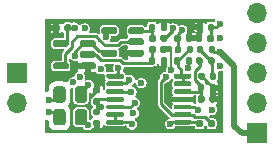
<source format=gbl>
G75*
G70*
%OFA0B0*%
%FSLAX25Y25*%
%IPPOS*%
%LPD*%
%AMOC8*
5,1,8,0,0,1.08239X$1,22.5*
%
%ADD10R,0.06693X0.06693*%
%ADD11O,0.06693X0.06693*%
%ADD12C,0.02362*%
%ADD13R,0.00984X0.24350*%
%ADD14R,0.00984X0.04390*%
%ADD15R,0.56201X0.00984*%
%ADD16R,0.59449X0.00984*%
%ADD17R,0.00984X0.20374*%
%ADD18C,0.01969*%
%ADD22C,0.00787*%
%ADD26C,0.00984*%
X0000000Y0000000D02*
%LPD*%
G01*
D10*
X0010000Y0032500D03*
D11*
X0010000Y0022500D03*
D12*
X0077677Y0039665D03*
X0077677Y0034941D03*
X0077677Y0044390D03*
X0077677Y0049114D03*
D13*
X0020000Y0038612D03*
D14*
X0020000Y0014793D03*
D15*
X0047608Y0050295D03*
D16*
X0049232Y0013091D03*
D17*
X0078465Y0022785D03*
D12*
X0020886Y0023681D03*
X0020886Y0019744D03*
D10*
X0090000Y0012500D03*
D11*
X0090000Y0022500D03*
X0090000Y0032500D03*
X0090000Y0042500D03*
X0090000Y0052500D03*
D18*
X0082343Y0035000D02*
X0082500Y0035000D01*
X0085000Y0012500D02*
X0090000Y0012500D01*
X0082500Y0015000D02*
X0085000Y0012500D01*
X0082500Y0035000D02*
X0082500Y0015000D01*
X0077677Y0039665D02*
X0082343Y0035000D01*
X0019409Y0012500D02*
%LPD*%
G01*
D12*
X0077677Y0039665D03*
X0077677Y0034941D03*
X0077677Y0044390D03*
X0077677Y0049114D03*
D13*
X0020000Y0038612D03*
D14*
X0020000Y0014793D03*
D15*
X0047608Y0050295D03*
D16*
X0049232Y0013091D03*
D17*
X0078464Y0022785D03*
D12*
X0020885Y0023681D03*
X0020885Y0019744D03*
G36*
G01*
X0036338Y0043094D02*
X0036338Y0041913D01*
G75*
G02*
X0035748Y0041322I-000591J0000000D01*
G01*
X0031712Y0041322D01*
G75*
G02*
X0031122Y0041913I0000000J0000591D01*
G01*
X0031122Y0043094D01*
G75*
G02*
X0031712Y0043684I0000591J0000000D01*
G01*
X0035748Y0043684D01*
G75*
G02*
X0036338Y0043094I0000000J-000591D01*
G01*
G37*
G36*
G01*
X0036338Y0039353D02*
X0036338Y0038172D01*
G75*
G02*
X0035748Y0037582I-000591J0000000D01*
G01*
X0031712Y0037582D01*
G75*
G02*
X0031122Y0038172I0000000J0000591D01*
G01*
X0031122Y0039353D01*
G75*
G02*
X0031712Y0039944I0000591J0000000D01*
G01*
X0035748Y0039944D01*
G75*
G02*
X0036338Y0039353I0000000J-000591D01*
G01*
G37*
G36*
G01*
X0036338Y0035613D02*
X0036338Y0034432D01*
G75*
G02*
X0035748Y0033842I-000591J0000000D01*
G01*
X0031712Y0033842D01*
G75*
G02*
X0031122Y0034432I0000000J0000591D01*
G01*
X0031122Y0035613D01*
G75*
G02*
X0031712Y0036204I0000591J0000000D01*
G01*
X0035748Y0036204D01*
G75*
G02*
X0036338Y0035613I0000000J-000591D01*
G01*
G37*
G36*
G01*
X0027381Y0035613D02*
X0027381Y0034432D01*
G75*
G02*
X0026791Y0033842I-000591J0000000D01*
G01*
X0022755Y0033842D01*
G75*
G02*
X0022165Y0034432I0000000J0000591D01*
G01*
X0022165Y0035613D01*
G75*
G02*
X0022755Y0036204I0000591J0000000D01*
G01*
X0026791Y0036204D01*
G75*
G02*
X0027381Y0035613I0000000J-000591D01*
G01*
G37*
G36*
G01*
X0027381Y0043094D02*
X0027381Y0041913D01*
G75*
G02*
X0026791Y0041322I-000591J0000000D01*
G01*
X0022755Y0041322D01*
G75*
G02*
X0022165Y0041913I0000000J0000591D01*
G01*
X0022165Y0043094D01*
G75*
G02*
X0022755Y0043684I0000591J0000000D01*
G01*
X0026791Y0043684D01*
G75*
G02*
X0027381Y0043094I0000000J-000591D01*
G01*
G37*
G36*
G01*
X0036063Y0020807D02*
X0037401Y0020807D01*
G75*
G02*
X0037952Y0020256I0000000J-000551D01*
G01*
X0037952Y0019154D01*
G75*
G02*
X0037401Y0018602I-000551J0000000D01*
G01*
X0036063Y0018602D01*
G75*
G02*
X0035511Y0019154I0000000J0000551D01*
G01*
X0035511Y0020256D01*
G75*
G02*
X0036063Y0020807I0000551J0000000D01*
G01*
G37*
G36*
G01*
X0036063Y0017028D02*
X0037401Y0017028D01*
G75*
G02*
X0037952Y0016476I0000000J-000551D01*
G01*
X0037952Y0015374D01*
G75*
G02*
X0037401Y0014823I-000551J0000000D01*
G01*
X0036063Y0014823D01*
G75*
G02*
X0035511Y0015374I0000000J0000551D01*
G01*
X0035511Y0016476D01*
G75*
G02*
X0036063Y0017028I0000551J0000000D01*
G01*
G37*
G36*
G01*
X0062578Y0043524D02*
X0062578Y0044862D01*
G75*
G02*
X0063129Y0045413I0000551J0000000D01*
G01*
X0064232Y0045413D01*
G75*
G02*
X0064783Y0044862I0000000J-000551D01*
G01*
X0064783Y0043524D01*
G75*
G02*
X0064232Y0042972I-000551J0000000D01*
G01*
X0063129Y0042972D01*
G75*
G02*
X0062578Y0043524I0000000J0000551D01*
G01*
G37*
G36*
G01*
X0066358Y0043524D02*
X0066358Y0044862D01*
G75*
G02*
X0066909Y0045413I0000551J0000000D01*
G01*
X0068011Y0045413D01*
G75*
G02*
X0068563Y0044862I0000000J-000551D01*
G01*
X0068563Y0043524D01*
G75*
G02*
X0068011Y0042972I-000551J0000000D01*
G01*
X0066909Y0042972D01*
G75*
G02*
X0066358Y0043524I0000000J0000551D01*
G01*
G37*
G36*
G01*
X0075925Y0048524D02*
X0075925Y0047185D01*
G75*
G02*
X0075374Y0046634I-000551J0000000D01*
G01*
X0074271Y0046634D01*
G75*
G02*
X0073720Y0047185I0000000J0000551D01*
G01*
X0073720Y0048524D01*
G75*
G02*
X0074271Y0049075I0000551J0000000D01*
G01*
X0075374Y0049075D01*
G75*
G02*
X0075925Y0048524I0000000J-000551D01*
G01*
G37*
G36*
G01*
X0072145Y0048524D02*
X0072145Y0047185D01*
G75*
G02*
X0071594Y0046634I-000551J0000000D01*
G01*
X0070492Y0046634D01*
G75*
G02*
X0069940Y0047185I0000000J0000551D01*
G01*
X0069940Y0048524D01*
G75*
G02*
X0070492Y0049075I0000551J0000000D01*
G01*
X0071594Y0049075D01*
G75*
G02*
X0072145Y0048524I0000000J-000551D01*
G01*
G37*
G36*
G01*
X0054173Y0039783D02*
X0054173Y0041122D01*
G75*
G02*
X0054724Y0041673I0000551J0000000D01*
G01*
X0055826Y0041673D01*
G75*
G02*
X0056378Y0041122I0000000J-000551D01*
G01*
X0056378Y0039783D01*
G75*
G02*
X0055826Y0039232I-000551J0000000D01*
G01*
X0054724Y0039232D01*
G75*
G02*
X0054173Y0039783I0000000J0000551D01*
G01*
G37*
G36*
G01*
X0057952Y0039783D02*
X0057952Y0041122D01*
G75*
G02*
X0058503Y0041673I0000551J0000000D01*
G01*
X0059606Y0041673D01*
G75*
G02*
X0060157Y0041122I0000000J-000551D01*
G01*
X0060157Y0039783D01*
G75*
G02*
X0059606Y0039232I-000551J0000000D01*
G01*
X0058503Y0039232D01*
G75*
G02*
X0057952Y0039783I0000000J0000551D01*
G01*
G37*
G36*
G01*
X0075728Y0044862D02*
X0075728Y0043524D01*
G75*
G02*
X0075177Y0042972I-000551J0000000D01*
G01*
X0074074Y0042972D01*
G75*
G02*
X0073523Y0043524I0000000J0000551D01*
G01*
X0073523Y0044862D01*
G75*
G02*
X0074074Y0045413I0000551J0000000D01*
G01*
X0075177Y0045413D01*
G75*
G02*
X0075728Y0044862I0000000J-000551D01*
G01*
G37*
G36*
G01*
X0071948Y0044862D02*
X0071948Y0043524D01*
G75*
G02*
X0071397Y0042972I-000551J0000000D01*
G01*
X0070295Y0042972D01*
G75*
G02*
X0069744Y0043524I0000000J0000551D01*
G01*
X0069744Y0044862D01*
G75*
G02*
X0070295Y0045413I0000551J0000000D01*
G01*
X0071397Y0045413D01*
G75*
G02*
X0071948Y0044862I0000000J-000551D01*
G01*
G37*
G36*
G01*
X0070452Y0023346D02*
X0070452Y0024685D01*
G75*
G02*
X0071003Y0025236I0000551J0000000D01*
G01*
X0072106Y0025236D01*
G75*
G02*
X0072657Y0024685I0000000J-000551D01*
G01*
X0072657Y0023346D01*
G75*
G02*
X0072106Y0022795I-000551J0000000D01*
G01*
X0071003Y0022795D01*
G75*
G02*
X0070452Y0023346I0000000J0000551D01*
G01*
G37*
G36*
G01*
X0074232Y0023346D02*
X0074232Y0024685D01*
G75*
G02*
X0074783Y0025236I0000551J0000000D01*
G01*
X0075885Y0025236D01*
G75*
G02*
X0076437Y0024685I0000000J-000551D01*
G01*
X0076437Y0023346D01*
G75*
G02*
X0075885Y0022795I-000551J0000000D01*
G01*
X0074783Y0022795D01*
G75*
G02*
X0074232Y0023346I0000000J0000551D01*
G01*
G37*
G36*
G01*
X0039943Y0015846D02*
X0039943Y0016634D01*
G75*
G02*
X0040337Y0017028I0000394J0000000D01*
G01*
X0045357Y0017028D01*
G75*
G02*
X0045750Y0016634I0000000J-000394D01*
G01*
X0045750Y0015846D01*
G75*
G02*
X0045357Y0015453I-000394J0000000D01*
G01*
X0040337Y0015453D01*
G75*
G02*
X0039943Y0015846I0000000J0000394D01*
G01*
G37*
G36*
G01*
X0039943Y0018406D02*
X0039943Y0019193D01*
G75*
G02*
X0040337Y0019587I0000394J0000000D01*
G01*
X0045357Y0019587D01*
G75*
G02*
X0045750Y0019193I0000000J-000394D01*
G01*
X0045750Y0018406D01*
G75*
G02*
X0045357Y0018012I-000394J0000000D01*
G01*
X0040337Y0018012D01*
G75*
G02*
X0039943Y0018406I0000000J0000394D01*
G01*
G37*
G36*
G01*
X0039943Y0020965D02*
X0039943Y0021752D01*
G75*
G02*
X0040337Y0022146I0000394J0000000D01*
G01*
X0045357Y0022146D01*
G75*
G02*
X0045750Y0021752I0000000J-000394D01*
G01*
X0045750Y0020965D01*
G75*
G02*
X0045357Y0020571I-000394J0000000D01*
G01*
X0040337Y0020571D01*
G75*
G02*
X0039943Y0020965I0000000J0000394D01*
G01*
G37*
G36*
G01*
X0039943Y0023524D02*
X0039943Y0024311D01*
G75*
G02*
X0040337Y0024705I0000394J0000000D01*
G01*
X0045357Y0024705D01*
G75*
G02*
X0045750Y0024311I0000000J-000394D01*
G01*
X0045750Y0023524D01*
G75*
G02*
X0045357Y0023130I-000394J0000000D01*
G01*
X0040337Y0023130D01*
G75*
G02*
X0039943Y0023524I0000000J0000394D01*
G01*
G37*
G36*
G01*
X0039943Y0026083D02*
X0039943Y0026870D01*
G75*
G02*
X0040337Y0027264I0000394J0000000D01*
G01*
X0045357Y0027264D01*
G75*
G02*
X0045750Y0026870I0000000J-000394D01*
G01*
X0045750Y0026083D01*
G75*
G02*
X0045357Y0025689I-000394J0000000D01*
G01*
X0040337Y0025689D01*
G75*
G02*
X0039943Y0026083I0000000J0000394D01*
G01*
G37*
G36*
G01*
X0039943Y0028642D02*
X0039943Y0029429D01*
G75*
G02*
X0040337Y0029823I0000394J0000000D01*
G01*
X0045357Y0029823D01*
G75*
G02*
X0045750Y0029429I0000000J-000394D01*
G01*
X0045750Y0028642D01*
G75*
G02*
X0045357Y0028248I-000394J0000000D01*
G01*
X0040337Y0028248D01*
G75*
G02*
X0039943Y0028642I0000000J0000394D01*
G01*
G37*
G36*
G01*
X0039943Y0031201D02*
X0039943Y0031988D01*
G75*
G02*
X0040337Y0032382I0000394J0000000D01*
G01*
X0045357Y0032382D01*
G75*
G02*
X0045750Y0031988I0000000J-000394D01*
G01*
X0045750Y0031201D01*
G75*
G02*
X0045357Y0030807I-000394J0000000D01*
G01*
X0040337Y0030807D01*
G75*
G02*
X0039943Y0031201I0000000J0000394D01*
G01*
G37*
G36*
G01*
X0062483Y0031201D02*
X0062483Y0031988D01*
G75*
G02*
X0062876Y0032382I0000394J0000000D01*
G01*
X0067896Y0032382D01*
G75*
G02*
X0068290Y0031988I0000000J-000394D01*
G01*
X0068290Y0031201D01*
G75*
G02*
X0067896Y0030807I-000394J0000000D01*
G01*
X0062876Y0030807D01*
G75*
G02*
X0062483Y0031201I0000000J0000394D01*
G01*
G37*
G36*
G01*
X0062483Y0028642D02*
X0062483Y0029429D01*
G75*
G02*
X0062876Y0029823I0000394J0000000D01*
G01*
X0067896Y0029823D01*
G75*
G02*
X0068290Y0029429I0000000J-000394D01*
G01*
X0068290Y0028642D01*
G75*
G02*
X0067896Y0028248I-000394J0000000D01*
G01*
X0062876Y0028248D01*
G75*
G02*
X0062483Y0028642I0000000J0000394D01*
G01*
G37*
G36*
G01*
X0062483Y0026083D02*
X0062483Y0026870D01*
G75*
G02*
X0062876Y0027264I0000394J0000000D01*
G01*
X0067896Y0027264D01*
G75*
G02*
X0068290Y0026870I0000000J-000394D01*
G01*
X0068290Y0026083D01*
G75*
G02*
X0067896Y0025689I-000394J0000000D01*
G01*
X0062876Y0025689D01*
G75*
G02*
X0062483Y0026083I0000000J0000394D01*
G01*
G37*
G36*
G01*
X0062483Y0023524D02*
X0062483Y0024311D01*
G75*
G02*
X0062876Y0024705I0000394J0000000D01*
G01*
X0067896Y0024705D01*
G75*
G02*
X0068290Y0024311I0000000J-000394D01*
G01*
X0068290Y0023524D01*
G75*
G02*
X0067896Y0023130I-000394J0000000D01*
G01*
X0062876Y0023130D01*
G75*
G02*
X0062483Y0023524I0000000J0000394D01*
G01*
G37*
G36*
G01*
X0062483Y0020965D02*
X0062483Y0021752D01*
G75*
G02*
X0062876Y0022146I0000394J0000000D01*
G01*
X0067896Y0022146D01*
G75*
G02*
X0068290Y0021752I0000000J-000394D01*
G01*
X0068290Y0020965D01*
G75*
G02*
X0067896Y0020571I-000394J0000000D01*
G01*
X0062876Y0020571D01*
G75*
G02*
X0062483Y0020965I0000000J0000394D01*
G01*
G37*
G36*
G01*
X0062483Y0018406D02*
X0062483Y0019193D01*
G75*
G02*
X0062876Y0019587I0000394J0000000D01*
G01*
X0067896Y0019587D01*
G75*
G02*
X0068290Y0019193I0000000J-000394D01*
G01*
X0068290Y0018406D01*
G75*
G02*
X0067896Y0018012I-000394J0000000D01*
G01*
X0062876Y0018012D01*
G75*
G02*
X0062483Y0018406I0000000J0000394D01*
G01*
G37*
G36*
G01*
X0062483Y0015846D02*
X0062483Y0016634D01*
G75*
G02*
X0062876Y0017028I0000394J0000000D01*
G01*
X0067896Y0017028D01*
G75*
G02*
X0068290Y0016634I0000000J-000394D01*
G01*
X0068290Y0015846D01*
G75*
G02*
X0067896Y0015453I-000394J0000000D01*
G01*
X0062876Y0015453D01*
G75*
G02*
X0062483Y0015846I0000000J0000394D01*
G01*
G37*
G36*
G01*
X0022300Y0023717D02*
X0022300Y0027260D01*
G75*
G02*
X0023284Y0028244I0000984J0000000D01*
G01*
X0025351Y0028244D01*
G75*
G02*
X0026335Y0027260I0000000J-000984D01*
G01*
X0026335Y0023717D01*
G75*
G02*
X0025351Y0022732I-000984J0000000D01*
G01*
X0023284Y0022732D01*
G75*
G02*
X0022300Y0023717I0000000J0000984D01*
G01*
G37*
G36*
G01*
X0029485Y0023717D02*
X0029485Y0027260D01*
G75*
G02*
X0030469Y0028244I0000984J0000000D01*
G01*
X0032536Y0028244D01*
G75*
G02*
X0033520Y0027260I0000000J-000984D01*
G01*
X0033520Y0023717D01*
G75*
G02*
X0032536Y0022732I-000984J0000000D01*
G01*
X0030469Y0022732D01*
G75*
G02*
X0029485Y0023717I0000000J0000984D01*
G01*
G37*
G36*
G01*
X0068543Y0037441D02*
X0068543Y0035984D01*
G75*
G02*
X0068011Y0035453I-000531J0000000D01*
G01*
X0066948Y0035453D01*
G75*
G02*
X0066417Y0035984I0000000J0000531D01*
G01*
X0066417Y0037441D01*
G75*
G02*
X0066948Y0037972I0000531J0000000D01*
G01*
X0068011Y0037972D01*
G75*
G02*
X0068543Y0037441I0000000J-000531D01*
G01*
G37*
G36*
G01*
X0064527Y0037441D02*
X0064527Y0035984D01*
G75*
G02*
X0063996Y0035453I-000531J0000000D01*
G01*
X0062933Y0035453D01*
G75*
G02*
X0062401Y0035984I0000000J0000531D01*
G01*
X0062401Y0037441D01*
G75*
G02*
X0062933Y0037972I0000531J0000000D01*
G01*
X0063996Y0037972D01*
G75*
G02*
X0064527Y0037441I0000000J-000531D01*
G01*
G37*
G36*
G01*
X0028110Y0048366D02*
X0028110Y0047028D01*
G75*
G02*
X0027559Y0046476I-000551J0000000D01*
G01*
X0026456Y0046476D01*
G75*
G02*
X0025905Y0047028I0000000J0000551D01*
G01*
X0025905Y0048366D01*
G75*
G02*
X0026456Y0048917I0000551J0000000D01*
G01*
X0027559Y0048917D01*
G75*
G02*
X0028110Y0048366I0000000J-000551D01*
G01*
G37*
G36*
G01*
X0024330Y0048366D02*
X0024330Y0047028D01*
G75*
G02*
X0023779Y0046476I-000551J0000000D01*
G01*
X0022677Y0046476D01*
G75*
G02*
X0022126Y0047028I0000000J0000551D01*
G01*
X0022126Y0048366D01*
G75*
G02*
X0022677Y0048917I0000551J0000000D01*
G01*
X0023779Y0048917D01*
G75*
G02*
X0024330Y0048366I0000000J-000551D01*
G01*
G37*
G36*
G01*
X0076220Y0041181D02*
X0076220Y0039724D01*
G75*
G02*
X0075689Y0039193I-000531J0000000D01*
G01*
X0074626Y0039193D01*
G75*
G02*
X0074094Y0039724I0000000J0000531D01*
G01*
X0074094Y0041181D01*
G75*
G02*
X0074626Y0041713I0000531J0000000D01*
G01*
X0075689Y0041713D01*
G75*
G02*
X0076220Y0041181I0000000J-000531D01*
G01*
G37*
G36*
G01*
X0072204Y0041181D02*
X0072204Y0039724D01*
G75*
G02*
X0071673Y0039193I-000531J0000000D01*
G01*
X0070610Y0039193D01*
G75*
G02*
X0070078Y0039724I0000000J0000531D01*
G01*
X0070078Y0041181D01*
G75*
G02*
X0070610Y0041713I0000531J0000000D01*
G01*
X0071673Y0041713D01*
G75*
G02*
X0072204Y0041181I0000000J-000531D01*
G01*
G37*
G36*
G01*
X0060287Y0037441D02*
X0060287Y0035985D01*
G75*
G02*
X0059755Y0035453I-000531J0000000D01*
G01*
X0058692Y0035453D01*
G75*
G02*
X0058161Y0035985I0000000J0000531D01*
G01*
X0058161Y0037441D01*
G75*
G02*
X0058692Y0037973I0000531J0000000D01*
G01*
X0059755Y0037973D01*
G75*
G02*
X0060287Y0037441I0000000J-000531D01*
G01*
G37*
G36*
G01*
X0056271Y0037441D02*
X0056271Y0035985D01*
G75*
G02*
X0055739Y0035453I-000531J0000000D01*
G01*
X0054676Y0035453D01*
G75*
G02*
X0054145Y0035985I0000000J0000531D01*
G01*
X0054145Y0037441D01*
G75*
G02*
X0054676Y0037973I0000531J0000000D01*
G01*
X0055739Y0037973D01*
G75*
G02*
X0056271Y0037441I0000000J-000531D01*
G01*
G37*
G36*
G01*
X0033520Y0019685D02*
X0033520Y0016142D01*
G75*
G02*
X0032536Y0015157I-000984J0000000D01*
G01*
X0030469Y0015157D01*
G75*
G02*
X0029485Y0016142I0000000J0000984D01*
G01*
X0029485Y0019685D01*
G75*
G02*
X0030469Y0020669I0000984J0000000D01*
G01*
X0032536Y0020669D01*
G75*
G02*
X0033520Y0019685I0000000J-000984D01*
G01*
G37*
G36*
G01*
X0026335Y0019685D02*
X0026335Y0016142D01*
G75*
G02*
X0025351Y0015157I-000984J0000000D01*
G01*
X0023284Y0015157D01*
G75*
G02*
X0022300Y0016142I0000000J0000984D01*
G01*
X0022300Y0019685D01*
G75*
G02*
X0023284Y0020669I0000984J0000000D01*
G01*
X0025351Y0020669D01*
G75*
G02*
X0026335Y0019685I0000000J-000984D01*
G01*
G37*
G36*
G01*
X0060236Y0048583D02*
X0060236Y0047126D01*
G75*
G02*
X0059704Y0046594I-000531J0000000D01*
G01*
X0058641Y0046594D01*
G75*
G02*
X0058110Y0047126I0000000J0000531D01*
G01*
X0058110Y0048583D01*
G75*
G02*
X0058641Y0049114I0000531J0000000D01*
G01*
X0059704Y0049114D01*
G75*
G02*
X0060236Y0048583I0000000J-000531D01*
G01*
G37*
G36*
G01*
X0056220Y0048583D02*
X0056220Y0047126D01*
G75*
G02*
X0055689Y0046594I-000531J0000000D01*
G01*
X0054626Y0046594D01*
G75*
G02*
X0054094Y0047126I0000000J0000531D01*
G01*
X0054094Y0048583D01*
G75*
G02*
X0054626Y0049114I0000531J0000000D01*
G01*
X0055689Y0049114D01*
G75*
G02*
X0056220Y0048583I0000000J-000531D01*
G01*
G37*
G36*
G01*
X0069921Y0015079D02*
X0069921Y0016535D01*
G75*
G02*
X0070452Y0017067I0000531J0000000D01*
G01*
X0071515Y0017067D01*
G75*
G02*
X0072047Y0016535I0000000J-000531D01*
G01*
X0072047Y0015079D01*
G75*
G02*
X0071515Y0014547I-000531J0000000D01*
G01*
X0070452Y0014547D01*
G75*
G02*
X0069921Y0015079I0000000J0000531D01*
G01*
G37*
G36*
G01*
X0073937Y0015079D02*
X0073937Y0016535D01*
G75*
G02*
X0074468Y0017067I0000531J0000000D01*
G01*
X0075531Y0017067D01*
G75*
G02*
X0076063Y0016535I0000000J-000531D01*
G01*
X0076063Y0015079D01*
G75*
G02*
X0075531Y0014547I-000531J0000000D01*
G01*
X0074468Y0014547D01*
G75*
G02*
X0073937Y0015079I0000000J0000531D01*
G01*
G37*
G36*
G01*
X0070374Y0027028D02*
X0070374Y0028484D01*
G75*
G02*
X0070905Y0029016I0000531J0000000D01*
G01*
X0071968Y0029016D01*
G75*
G02*
X0072500Y0028484I0000000J-000531D01*
G01*
X0072500Y0027028D01*
G75*
G02*
X0071968Y0026496I-000531J0000000D01*
G01*
X0070905Y0026496D01*
G75*
G02*
X0070374Y0027028I0000000J0000531D01*
G01*
G37*
G36*
G01*
X0074389Y0027028D02*
X0074389Y0028484D01*
G75*
G02*
X0074921Y0029016I0000531J0000000D01*
G01*
X0075984Y0029016D01*
G75*
G02*
X0076515Y0028484I0000000J-000531D01*
G01*
X0076515Y0027028D01*
G75*
G02*
X0075984Y0026496I-000531J0000000D01*
G01*
X0074921Y0026496D01*
G75*
G02*
X0074389Y0027028I0000000J0000531D01*
G01*
G37*
G36*
G01*
X0068838Y0041181D02*
X0068838Y0039724D01*
G75*
G02*
X0068307Y0039193I-000531J0000000D01*
G01*
X0067244Y0039193D01*
G75*
G02*
X0066712Y0039724I0000000J0000531D01*
G01*
X0066712Y0041181D01*
G75*
G02*
X0067244Y0041713I0000531J0000000D01*
G01*
X0068307Y0041713D01*
G75*
G02*
X0068838Y0041181I0000000J-000531D01*
G01*
G37*
G36*
G01*
X0064822Y0041181D02*
X0064822Y0039724D01*
G75*
G02*
X0064291Y0039193I-000531J0000000D01*
G01*
X0063228Y0039193D01*
G75*
G02*
X0062696Y0039724I0000000J0000531D01*
G01*
X0062696Y0041181D01*
G75*
G02*
X0063228Y0041713I0000531J0000000D01*
G01*
X0064291Y0041713D01*
G75*
G02*
X0064822Y0041181I0000000J-000531D01*
G01*
G37*
G36*
G01*
X0076535Y0032264D02*
X0076535Y0030925D01*
G75*
G02*
X0075984Y0030374I-000551J0000000D01*
G01*
X0074881Y0030374D01*
G75*
G02*
X0074330Y0030925I0000000J0000551D01*
G01*
X0074330Y0032264D01*
G75*
G02*
X0074881Y0032815I0000551J0000000D01*
G01*
X0075984Y0032815D01*
G75*
G02*
X0076535Y0032264I0000000J-000551D01*
G01*
G37*
G36*
G01*
X0072755Y0032264D02*
X0072755Y0030925D01*
G75*
G02*
X0072204Y0030374I-000551J0000000D01*
G01*
X0071102Y0030374D01*
G75*
G02*
X0070551Y0030925I0000000J0000551D01*
G01*
X0070551Y0032264D01*
G75*
G02*
X0071102Y0032815I0000551J0000000D01*
G01*
X0072204Y0032815D01*
G75*
G02*
X0072755Y0032264I0000000J-000551D01*
G01*
G37*
G36*
G01*
X0037387Y0022049D02*
X0036049Y0022049D01*
G75*
G02*
X0035497Y0022600I0000000J0000551D01*
G01*
X0035497Y0023702D01*
G75*
G02*
X0036049Y0024254I0000551J0000000D01*
G01*
X0037387Y0024254D01*
G75*
G02*
X0037938Y0023702I0000000J-000551D01*
G01*
X0037938Y0022600D01*
G75*
G02*
X0037387Y0022049I-000551J0000000D01*
G01*
G37*
G36*
G01*
X0037387Y0025828D02*
X0036049Y0025828D01*
G75*
G02*
X0035497Y0026379I0000000J0000551D01*
G01*
X0035497Y0027482D01*
G75*
G02*
X0036049Y0028033I0000551J0000000D01*
G01*
X0037387Y0028033D01*
G75*
G02*
X0037938Y0027482I0000000J-000551D01*
G01*
X0037938Y0026379D01*
G75*
G02*
X0037387Y0025828I-000551J0000000D01*
G01*
G37*
G36*
G01*
X0069881Y0035984D02*
X0069881Y0037441D01*
G75*
G02*
X0070413Y0037972I0000531J0000000D01*
G01*
X0071476Y0037972D01*
G75*
G02*
X0072007Y0037441I0000000J-000531D01*
G01*
X0072007Y0035984D01*
G75*
G02*
X0071476Y0035453I-000531J0000000D01*
G01*
X0070413Y0035453D01*
G75*
G02*
X0069881Y0035984I0000000J0000531D01*
G01*
G37*
G36*
G01*
X0073897Y0035984D02*
X0073897Y0037441D01*
G75*
G02*
X0074429Y0037972I0000531J0000000D01*
G01*
X0075492Y0037972D01*
G75*
G02*
X0076023Y0037441I0000000J-000531D01*
G01*
X0076023Y0035984D01*
G75*
G02*
X0075492Y0035453I-000531J0000000D01*
G01*
X0074429Y0035453D01*
G75*
G02*
X0073897Y0035984I0000000J0000531D01*
G01*
G37*
G36*
G01*
X0052480Y0047343D02*
X0052480Y0046161D01*
G75*
G02*
X0051889Y0045571I-000591J0000000D01*
G01*
X0047854Y0045571D01*
G75*
G02*
X0047263Y0046161I0000000J0000591D01*
G01*
X0047263Y0047343D01*
G75*
G02*
X0047854Y0047933I0000591J0000000D01*
G01*
X0051889Y0047933D01*
G75*
G02*
X0052480Y0047343I0000000J-000591D01*
G01*
G37*
G36*
G01*
X0052480Y0043602D02*
X0052480Y0042421D01*
G75*
G02*
X0051889Y0041831I-000591J0000000D01*
G01*
X0047854Y0041831D01*
G75*
G02*
X0047263Y0042421I0000000J0000591D01*
G01*
X0047263Y0043602D01*
G75*
G02*
X0047854Y0044193I0000591J0000000D01*
G01*
X0051889Y0044193D01*
G75*
G02*
X0052480Y0043602I0000000J-000591D01*
G01*
G37*
G36*
G01*
X0052480Y0039862D02*
X0052480Y0038681D01*
G75*
G02*
X0051889Y0038091I-000591J0000000D01*
G01*
X0047854Y0038091D01*
G75*
G02*
X0047263Y0038681I0000000J0000591D01*
G01*
X0047263Y0039862D01*
G75*
G02*
X0047854Y0040453I0000591J0000000D01*
G01*
X0051889Y0040453D01*
G75*
G02*
X0052480Y0039862I0000000J-000591D01*
G01*
G37*
G36*
G01*
X0043523Y0039862D02*
X0043523Y0038681D01*
G75*
G02*
X0042933Y0038091I-000591J0000000D01*
G01*
X0038897Y0038091D01*
G75*
G02*
X0038307Y0038681I0000000J0000591D01*
G01*
X0038307Y0039862D01*
G75*
G02*
X0038897Y0040453I0000591J0000000D01*
G01*
X0042933Y0040453D01*
G75*
G02*
X0043523Y0039862I0000000J-000591D01*
G01*
G37*
G36*
G01*
X0043523Y0047343D02*
X0043523Y0046161D01*
G75*
G02*
X0042933Y0045571I-000591J0000000D01*
G01*
X0038897Y0045571D01*
G75*
G02*
X0038307Y0046161I0000000J0000591D01*
G01*
X0038307Y0047343D01*
G75*
G02*
X0038897Y0047933I0000591J0000000D01*
G01*
X0042933Y0047933D01*
G75*
G02*
X0043523Y0047343I0000000J-000591D01*
G01*
G37*
G36*
G01*
X0054173Y0043524D02*
X0054173Y0044862D01*
G75*
G02*
X0054724Y0045413I0000551J0000000D01*
G01*
X0055826Y0045413D01*
G75*
G02*
X0056378Y0044862I0000000J-000551D01*
G01*
X0056378Y0043524D01*
G75*
G02*
X0055826Y0042972I-000551J0000000D01*
G01*
X0054724Y0042972D01*
G75*
G02*
X0054173Y0043524I0000000J0000551D01*
G01*
G37*
G36*
G01*
X0057952Y0043524D02*
X0057952Y0044862D01*
G75*
G02*
X0058503Y0045413I0000551J0000000D01*
G01*
X0059606Y0045413D01*
G75*
G02*
X0060157Y0044862I0000000J-000551D01*
G01*
X0060157Y0043524D01*
G75*
G02*
X0059606Y0042972I-000551J0000000D01*
G01*
X0058503Y0042972D01*
G75*
G02*
X0057952Y0043524I0000000J0000551D01*
G01*
G37*
D12*
X0031066Y0031437D03*
X0037293Y0049407D03*
X0077834Y0013878D03*
X0021063Y0047657D03*
X0021279Y0039370D03*
X0054645Y0014075D03*
X0046298Y0038355D03*
X0028593Y0021701D03*
X0040934Y0034582D03*
X0036732Y0014075D03*
X0028502Y0014130D03*
X0058484Y0034055D03*
X0060654Y0026159D03*
X0020787Y0031201D03*
X0048149Y0033563D03*
X0077677Y0022835D03*
X0055334Y0029823D03*
X0067130Y0049198D03*
X0077578Y0018701D03*
X0033978Y0028558D03*
X0033682Y0015412D03*
X0051558Y0029352D03*
X0038174Y0021480D03*
X0028847Y0029491D03*
X0029330Y0047776D03*
X0075156Y0020385D03*
X0039709Y0044690D03*
X0038056Y0033939D03*
X0048944Y0019269D03*
X0070394Y0020474D03*
X0065175Y0046909D03*
X0032809Y0047496D03*
X0062224Y0047504D03*
X0061532Y0033759D03*
X0060867Y0040794D03*
X0049348Y0022773D03*
X0029353Y0038465D03*
X0043877Y0034346D03*
X0047622Y0030304D03*
X0048248Y0026378D03*
X0059665Y0031201D03*
X0067013Y0034211D03*
X0061301Y0015671D03*
X0048444Y0015551D03*
D26*
X0036718Y0026931D02*
X0034603Y0024816D01*
X0031503Y0026083D02*
X0031503Y0025492D01*
X0033978Y0028558D02*
X0031503Y0026083D01*
X0029353Y0039603D02*
X0032253Y0042503D01*
X0029353Y0038465D02*
X0029353Y0039603D01*
X0054901Y0035827D02*
X0055590Y0036516D01*
X0045598Y0035827D02*
X0054901Y0035827D01*
X0044574Y0036850D02*
X0045598Y0035827D01*
X0036338Y0038763D02*
X0038251Y0036850D01*
X0033730Y0038763D02*
X0036338Y0038763D01*
X0043877Y0032625D02*
X0043877Y0034346D01*
X0038251Y0036850D02*
X0044574Y0036850D01*
X0042847Y0031594D02*
X0043877Y0032625D01*
X0071653Y0031555D02*
X0075452Y0027756D01*
X0036240Y0027409D02*
X0036240Y0029096D01*
X0036718Y0026931D02*
X0036240Y0027409D01*
X0033682Y0015412D02*
X0031476Y0017618D01*
X0075315Y0036181D02*
X0071043Y0040453D01*
X0075315Y0031713D02*
X0075315Y0036181D01*
X0069409Y0030542D02*
X0069409Y0033169D01*
X0071437Y0027756D02*
X0071437Y0024134D01*
X0069409Y0030308D02*
X0069409Y0030541D01*
X0071437Y0027756D02*
X0071437Y0028280D01*
D22*
X0069409Y0030541D02*
X0069409Y0030542D01*
D26*
X0065386Y0026476D02*
X0071102Y0026476D01*
X0069409Y0033169D02*
X0069409Y0033335D01*
X0071043Y0034969D02*
X0071043Y0036713D01*
X0069409Y0033335D02*
X0071043Y0034969D01*
X0071437Y0028280D02*
X0069409Y0030308D01*
X0037484Y0023917D02*
X0042847Y0023917D01*
X0074822Y0047854D02*
X0076417Y0047854D01*
X0074822Y0044390D02*
X0074626Y0044193D01*
X0036718Y0023151D02*
X0036718Y0019719D01*
X0039709Y0044690D02*
X0039709Y0045546D01*
X0036718Y0019719D02*
X0036732Y0019705D01*
X0029330Y0047776D02*
X0027086Y0047776D01*
X0026949Y0047638D02*
X0026949Y0042503D01*
X0039709Y0045546D02*
X0040324Y0046161D01*
X0027086Y0047776D02*
X0027007Y0047697D01*
X0026949Y0042503D02*
X0024773Y0042503D01*
X0036718Y0023151D02*
X0037484Y0023917D01*
X0076417Y0047854D02*
X0077677Y0049114D01*
X0036718Y0022936D02*
X0036718Y0023151D01*
X0074822Y0047854D02*
X0074822Y0044390D01*
X0027007Y0047697D02*
X0026949Y0047638D01*
X0038174Y0021480D02*
X0036718Y0022936D01*
X0069444Y0021358D02*
X0065386Y0021358D01*
X0065175Y0046909D02*
X0063953Y0045687D01*
X0063855Y0044170D02*
X0063855Y0040548D01*
X0063953Y0045687D02*
X0063953Y0044170D01*
X0055275Y0047815D02*
X0055236Y0047854D01*
X0050659Y0046752D02*
X0055393Y0046752D01*
X0055275Y0044193D02*
X0055275Y0047815D01*
X0062224Y0047504D02*
X0062224Y0047084D01*
X0062224Y0047084D02*
X0059332Y0044193D01*
X0059332Y0044193D02*
X0059055Y0044193D01*
X0055236Y0036713D02*
X0055236Y0040453D01*
D22*
X0061220Y0034070D02*
X0061338Y0034188D01*
D26*
X0060565Y0040492D02*
X0059370Y0040492D01*
X0061220Y0040441D02*
X0060867Y0040794D01*
X0061417Y0033874D02*
X0061220Y0034070D01*
D22*
X0061338Y0040323D02*
X0061220Y0040441D01*
X0061338Y0034188D02*
X0061338Y0040323D01*
D26*
X0060867Y0040794D02*
X0060565Y0040492D01*
X0047933Y0021358D02*
X0042847Y0021358D01*
X0049348Y0022773D02*
X0047933Y0021358D01*
X0032411Y0042503D02*
X0033730Y0042503D01*
D22*
X0032253Y0042503D02*
X0033730Y0042503D01*
D26*
X0033730Y0042503D02*
X0034964Y0042503D01*
X0037487Y0039980D02*
X0040206Y0039980D01*
X0034964Y0042503D02*
X0037487Y0039980D01*
X0040206Y0039980D02*
X0040915Y0039272D01*
X0077677Y0039665D02*
X0075846Y0039665D01*
X0075846Y0039665D02*
X0075059Y0040453D01*
X0020885Y0023681D02*
X0024960Y0023681D01*
X0020885Y0019744D02*
X0022506Y0019744D01*
X0022506Y0019744D02*
X0024317Y0017933D01*
X0047622Y0030304D02*
X0046502Y0029185D01*
X0046502Y0029185D02*
X0042996Y0029185D01*
X0048149Y0026476D02*
X0042847Y0026476D01*
X0048248Y0026378D02*
X0048149Y0026476D01*
X0065386Y0031594D02*
X0065386Y0029035D01*
X0064689Y0033887D02*
X0064689Y0032291D01*
X0064689Y0032291D02*
X0065386Y0031594D01*
X0067386Y0040453D02*
X0063858Y0036924D01*
X0063858Y0036924D02*
X0063858Y0036713D01*
X0063759Y0036713D02*
X0063759Y0034817D01*
X0067793Y0040453D02*
X0067386Y0040453D01*
X0063759Y0034817D02*
X0064689Y0033887D01*
X0072657Y0018150D02*
X0069523Y0018150D01*
X0067013Y0034211D02*
X0067013Y0035950D01*
X0059665Y0031201D02*
X0058193Y0029729D01*
X0061732Y0018799D02*
X0065386Y0018799D01*
X0058193Y0029729D02*
X0058193Y0022338D01*
X0075000Y0015807D02*
X0072657Y0018150D01*
X0068874Y0018799D02*
X0065386Y0018799D01*
X0067013Y0035950D02*
X0067775Y0036713D01*
X0058193Y0022338D02*
X0061732Y0018799D01*
X0069523Y0018150D02*
X0068874Y0018799D01*
X0065386Y0016240D02*
X0061869Y0016240D01*
X0065386Y0016240D02*
X0070452Y0016240D01*
X0061869Y0016240D02*
X0061301Y0015671D01*
X0048444Y0015551D02*
X0047755Y0016240D01*
X0042847Y0018799D02*
X0042847Y0016240D01*
X0047755Y0016240D02*
X0042847Y0016240D01*
X0026299Y0038970D02*
X0026299Y0038915D01*
X0039370Y0041831D02*
X0037421Y0043780D01*
X0037421Y0043787D02*
X0036381Y0044826D01*
D22*
X0026299Y0038915D02*
X0026299Y0038878D01*
D26*
X0030279Y0044826D02*
X0028524Y0043071D01*
X0050659Y0043012D02*
X0044879Y0043012D01*
X0036381Y0044826D02*
X0030279Y0044826D01*
X0026299Y0036548D02*
X0024773Y0035023D01*
X0028524Y0041195D02*
X0026299Y0038970D01*
X0028524Y0043071D02*
X0028524Y0041195D01*
X0043698Y0041831D02*
X0039370Y0041831D01*
X0037421Y0043780D02*
X0037421Y0043787D01*
X0026299Y0038878D02*
X0026299Y0036548D01*
X0044879Y0043012D02*
X0043698Y0041831D01*
G36*
X0060063Y0037638D02*
G01*
X0060205Y0037444D01*
X0060224Y0037323D01*
X0060224Y0035097D01*
X0060149Y0034868D01*
X0060128Y0034842D01*
X0060028Y0034726D01*
X0059816Y0034263D01*
X0059816Y0034263D01*
X0059744Y0033759D01*
X0059744Y0033759D01*
X0059793Y0033416D01*
X0059752Y0033179D01*
X0059579Y0033011D01*
X0059437Y0032978D01*
X0059438Y0032975D01*
X0059410Y0032971D01*
X0058922Y0032828D01*
X0058922Y0032828D01*
X0058494Y0032553D01*
X0058160Y0032168D01*
X0057949Y0031705D01*
X0057949Y0031705D01*
X0057876Y0031201D01*
X0057876Y0031201D01*
X0057881Y0031167D01*
X0057840Y0030930D01*
X0057771Y0030836D01*
X0057531Y0030596D01*
X0057472Y0030548D01*
X0057413Y0030509D01*
X0057179Y0030158D01*
X0057174Y0030151D01*
X0057174Y0030151D01*
X0057102Y0029788D01*
X0057090Y0029729D01*
X0057103Y0029666D01*
X0057104Y0029660D01*
X0057111Y0029584D01*
X0057111Y0022483D01*
X0057104Y0022407D01*
X0057090Y0022338D01*
X0057111Y0022233D01*
X0057111Y0022232D01*
X0057174Y0021916D01*
X0057318Y0021701D01*
X0057413Y0021558D01*
X0057472Y0021519D01*
X0057531Y0021471D01*
X0060865Y0018137D01*
X0060913Y0018078D01*
X0060950Y0018022D01*
X0060952Y0018019D01*
X0060952Y0018019D01*
X0060955Y0018016D01*
X0060959Y0018009D01*
X0060973Y0017988D01*
X0060971Y0017986D01*
X0061065Y0017802D01*
X0061027Y0017564D01*
X0060857Y0017393D01*
X0060790Y0017367D01*
X0060558Y0017298D01*
X0060558Y0017298D01*
X0060129Y0017023D01*
X0060129Y0017023D01*
X0060129Y0017023D01*
X0060094Y0016982D01*
X0059796Y0016638D01*
X0059585Y0016175D01*
X0059585Y0016175D01*
X0059512Y0015671D01*
X0059512Y0015671D01*
X0059585Y0015168D01*
X0059585Y0015168D01*
X0059585Y0015168D01*
X0059585Y0015168D01*
X0059796Y0014704D01*
X0060129Y0014320D01*
X0060558Y0014044D01*
X0061046Y0013901D01*
X0061046Y0013901D01*
X0061555Y0013901D01*
X0061555Y0013901D01*
X0062044Y0014044D01*
X0062472Y0014320D01*
X0062805Y0014704D01*
X0062805Y0014704D01*
X0062824Y0014725D01*
X0062833Y0014717D01*
X0062979Y0014837D01*
X0063120Y0014863D01*
X0067993Y0014863D01*
X0067993Y0014863D01*
X0068280Y0014920D01*
X0068538Y0015093D01*
X0068754Y0015159D01*
X0068956Y0015159D01*
X0069185Y0015084D01*
X0069326Y0014889D01*
X0069340Y0014825D01*
X0069342Y0014818D01*
X0069342Y0014818D01*
X0069342Y0014818D01*
X0069512Y0014434D01*
X0069808Y0014138D01*
X0070191Y0013969D01*
X0070285Y0013958D01*
X0070285Y0013958D01*
X0070285Y0013958D01*
X0071683Y0013958D01*
X0071683Y0013958D01*
X0071776Y0013969D01*
X0072160Y0014138D01*
X0072456Y0014434D01*
X0072625Y0014818D01*
X0072625Y0014818D01*
X0072635Y0014840D01*
X0072796Y0015019D01*
X0073031Y0015070D01*
X0073252Y0014973D01*
X0073348Y0014840D01*
X0073358Y0014818D01*
X0073358Y0014818D01*
X0073527Y0014434D01*
X0073824Y0014138D01*
X0074207Y0013969D01*
X0074301Y0013958D01*
X0074301Y0013958D01*
X0074301Y0013958D01*
X0075698Y0013958D01*
X0075698Y0013958D01*
X0075792Y0013969D01*
X0076175Y0014138D01*
X0076472Y0014434D01*
X0076641Y0014818D01*
X0076652Y0014911D01*
X0076652Y0016703D01*
X0076641Y0016796D01*
X0076472Y0017180D01*
X0076175Y0017476D01*
X0075792Y0017645D01*
X0075792Y0017645D01*
X0075792Y0017645D01*
X0075698Y0017656D01*
X0075698Y0017656D01*
X0074841Y0017656D01*
X0074612Y0017731D01*
X0074566Y0017770D01*
X0074311Y0018025D01*
X0074201Y0018240D01*
X0074239Y0018478D01*
X0074409Y0018648D01*
X0074647Y0018686D01*
X0074696Y0018675D01*
X0074901Y0018615D01*
X0074901Y0018615D01*
X0074901Y0018615D01*
X0074901Y0018615D01*
X0075410Y0018615D01*
X0075410Y0018615D01*
X0075899Y0018758D01*
X0076327Y0019033D01*
X0076660Y0019418D01*
X0076872Y0019881D01*
X0076874Y0019896D01*
X0076944Y0020385D01*
X0076944Y0020385D01*
X0076872Y0020889D01*
X0076872Y0020889D01*
X0076872Y0020889D01*
X0076660Y0021352D01*
X0076456Y0021588D01*
X0076362Y0021810D01*
X0076417Y0022044D01*
X0076586Y0022196D01*
X0076665Y0022233D01*
X0076999Y0022567D01*
X0077198Y0022995D01*
X0077201Y0023016D01*
X0077201Y0023016D01*
X0074724Y0023016D01*
X0074495Y0023090D01*
X0074353Y0023285D01*
X0074334Y0023406D01*
X0074334Y0025016D01*
X0076334Y0025016D01*
X0076334Y0025016D01*
X0077201Y0025016D01*
X0077201Y0025016D01*
X0077198Y0025037D01*
X0076999Y0025465D01*
X0076918Y0025545D01*
X0076809Y0025760D01*
X0076846Y0025998D01*
X0076918Y0026097D01*
X0077081Y0026259D01*
X0077081Y0026259D01*
X0077277Y0026681D01*
X0077277Y0026681D01*
X0077287Y0026756D01*
X0076452Y0026756D01*
X0076452Y0026756D01*
X0076452Y0025831D01*
X0076378Y0025602D01*
X0076338Y0025555D01*
X0076334Y0025551D01*
X0076334Y0025016D01*
X0074334Y0025016D01*
X0074334Y0025902D01*
X0074409Y0026131D01*
X0074448Y0026177D01*
X0074452Y0026181D01*
X0074452Y0028366D01*
X0074527Y0028595D01*
X0074722Y0028737D01*
X0074842Y0028756D01*
X0077287Y0028756D01*
X0077277Y0028831D01*
X0077277Y0028831D01*
X0077081Y0029252D01*
X0076778Y0029555D01*
X0076669Y0029770D01*
X0076706Y0030008D01*
X0076778Y0030106D01*
X0076941Y0030269D01*
X0077113Y0030660D01*
X0077124Y0030755D01*
X0077124Y0032434D01*
X0077113Y0032529D01*
X0077103Y0032553D01*
X0077072Y0032623D01*
X0077047Y0032863D01*
X0077169Y0033071D01*
X0077389Y0033168D01*
X0077428Y0033170D01*
X0077931Y0033170D01*
X0077931Y0033170D01*
X0078420Y0033314D01*
X0078420Y0033314D01*
X0078447Y0033322D01*
X0078449Y0033312D01*
X0078644Y0033334D01*
X0078854Y0033216D01*
X0078954Y0032997D01*
X0078956Y0032952D01*
X0078956Y0012990D01*
X0078882Y0012761D01*
X0078687Y0012619D01*
X0078566Y0012600D01*
X0019899Y0012600D01*
X0019670Y0012675D01*
X0019528Y0012870D01*
X0019509Y0012990D01*
X0019509Y0016745D01*
X0019584Y0016974D01*
X0019779Y0017116D01*
X0019992Y0017124D01*
X0020427Y0017017D01*
X0020631Y0016890D01*
X0020722Y0016667D01*
X0020723Y0016638D01*
X0020723Y0015883D01*
X0020734Y0015738D01*
X0020734Y0015738D01*
X0020734Y0015738D01*
X0020915Y0015117D01*
X0021244Y0014560D01*
X0021702Y0014102D01*
X0022259Y0013773D01*
X0022880Y0013592D01*
X0023025Y0013581D01*
X0023025Y0013581D01*
X0025610Y0013581D01*
X0025610Y0013581D01*
X0025755Y0013592D01*
X0026376Y0013773D01*
X0026933Y0014102D01*
X0027391Y0014560D01*
X0027720Y0015117D01*
X0027901Y0015738D01*
X0027912Y0015883D01*
X0027912Y0019944D01*
X0027901Y0020089D01*
X0027720Y0020710D01*
X0027391Y0021267D01*
X0027233Y0021425D01*
X0027123Y0021640D01*
X0027161Y0021878D01*
X0027233Y0021976D01*
X0027391Y0022134D01*
X0027720Y0022691D01*
X0027901Y0023313D01*
X0027912Y0023458D01*
X0027912Y0027400D01*
X0027986Y0027629D01*
X0028181Y0027770D01*
X0028412Y0027774D01*
X0028593Y0027721D01*
X0028593Y0027721D01*
X0028615Y0027714D01*
X0028814Y0027578D01*
X0028895Y0027351D01*
X0028895Y0027340D01*
X0028895Y0023593D01*
X0028954Y0023224D01*
X0029180Y0022781D01*
X0029180Y0022780D01*
X0029533Y0022428D01*
X0029977Y0022201D01*
X0030244Y0022159D01*
X0030345Y0022143D01*
X0030345Y0022143D01*
X0032660Y0022143D01*
X0032748Y0022157D01*
X0033028Y0022201D01*
X0033472Y0022428D01*
X0033825Y0022780D01*
X0034051Y0023224D01*
X0034110Y0023593D01*
X0034110Y0025612D01*
X0034184Y0025841D01*
X0034379Y0025983D01*
X0034620Y0025983D01*
X0034815Y0025841D01*
X0034853Y0025777D01*
X0034935Y0025600D01*
X0035269Y0025266D01*
X0035297Y0025247D01*
X0035293Y0025241D01*
X0035439Y0025105D01*
X0035485Y0024868D01*
X0035383Y0024650D01*
X0035373Y0024640D01*
X0035091Y0024358D01*
X0034919Y0023968D01*
X0034908Y0023873D01*
X0034908Y0022430D01*
X0034919Y0022334D01*
X0034919Y0022334D01*
X0034919Y0022334D01*
X0035091Y0021944D01*
X0035339Y0021697D01*
X0035448Y0021482D01*
X0035411Y0021244D01*
X0035339Y0021145D01*
X0035197Y0021003D01*
X0035105Y0020912D01*
X0034933Y0020522D01*
X0034922Y0020426D01*
X0034922Y0018983D01*
X0034933Y0018888D01*
X0034933Y0018888D01*
X0034933Y0018888D01*
X0035105Y0018498D01*
X0035387Y0018216D01*
X0035497Y0018001D01*
X0035459Y0017763D01*
X0035309Y0017613D01*
X0035311Y0017609D01*
X0035292Y0017596D01*
X0035289Y0017593D01*
X0035284Y0017590D01*
X0035283Y0017590D01*
X0034949Y0017256D01*
X0034937Y0017230D01*
X0034773Y0017054D01*
X0034536Y0017008D01*
X0034452Y0017032D01*
X0034452Y0017031D01*
X0034390Y0017049D01*
X0034191Y0017185D01*
X0034110Y0017412D01*
X0034110Y0017423D01*
X0034110Y0019809D01*
X0034067Y0020079D01*
X0034051Y0020177D01*
X0033825Y0020622D01*
X0033472Y0020974D01*
X0033472Y0020974D01*
X0033028Y0021200D01*
X0032660Y0021259D01*
X0032660Y0021259D01*
X0030345Y0021259D01*
X0030345Y0021259D01*
X0029977Y0021200D01*
X0029533Y0020974D01*
X0029180Y0020622D01*
X0028954Y0020177D01*
X0028895Y0019809D01*
X0028895Y0016018D01*
X0028954Y0015649D01*
X0029168Y0015230D01*
X0029180Y0015205D01*
X0029533Y0014853D01*
X0029977Y0014626D01*
X0030244Y0014584D01*
X0030345Y0014568D01*
X0030345Y0014568D01*
X0031893Y0014568D01*
X0032122Y0014494D01*
X0032187Y0014434D01*
X0032511Y0014060D01*
X0032939Y0013785D01*
X0033428Y0013641D01*
X0033428Y0013641D01*
X0033937Y0013641D01*
X0033937Y0013641D01*
X0034425Y0013785D01*
X0034854Y0014060D01*
X0034908Y0014123D01*
X0035115Y0014248D01*
X0035355Y0014227D01*
X0035368Y0014221D01*
X0035711Y0014061D01*
X0035711Y0014061D01*
X0035732Y0014058D01*
X0035732Y0014058D01*
X0035732Y0016535D01*
X0035806Y0016765D01*
X0036001Y0016906D01*
X0036122Y0016925D01*
X0037342Y0016925D01*
X0037571Y0016851D01*
X0037713Y0016656D01*
X0037732Y0016535D01*
X0037732Y0014058D01*
X0037732Y0014058D01*
X0037753Y0014061D01*
X0038181Y0014261D01*
X0038515Y0014594D01*
X0038714Y0015022D01*
X0038714Y0015022D01*
X0038741Y0015230D01*
X0038747Y0015229D01*
X0038828Y0015434D01*
X0039032Y0015562D01*
X0039273Y0015547D01*
X0039452Y0015401D01*
X0039567Y0015230D01*
X0039628Y0015138D01*
X0039628Y0015138D01*
X0039805Y0015019D01*
X0039953Y0014920D01*
X0040171Y0014877D01*
X0040240Y0014863D01*
X0040240Y0014863D01*
X0040240Y0014863D01*
X0045454Y0014863D01*
X0045740Y0014920D01*
X0045999Y0015093D01*
X0046215Y0015159D01*
X0046427Y0015159D01*
X0046656Y0015084D01*
X0046781Y0014931D01*
X0046940Y0014584D01*
X0046940Y0014584D01*
X0046940Y0014584D01*
X0047273Y0014199D01*
X0047701Y0013924D01*
X0048190Y0013781D01*
X0048190Y0013781D01*
X0048699Y0013781D01*
X0048699Y0013781D01*
X0049187Y0013924D01*
X0049616Y0014199D01*
X0049949Y0014584D01*
X0050161Y0015047D01*
X0050167Y0015093D01*
X0050233Y0015551D01*
X0050233Y0015551D01*
X0050161Y0016055D01*
X0050161Y0016055D01*
X0050161Y0016055D01*
X0049949Y0016518D01*
X0049616Y0016903D01*
X0049567Y0016934D01*
X0049414Y0017121D01*
X0049401Y0017361D01*
X0049531Y0017564D01*
X0049668Y0017636D01*
X0049687Y0017642D01*
X0050116Y0017917D01*
X0050449Y0018302D01*
X0050660Y0018765D01*
X0050699Y0019033D01*
X0050733Y0019269D01*
X0050733Y0019269D01*
X0050660Y0019773D01*
X0050660Y0019773D01*
X0050660Y0019773D01*
X0050449Y0020236D01*
X0050116Y0020621D01*
X0050116Y0020621D01*
X0050109Y0020629D01*
X0050015Y0020851D01*
X0050070Y0021085D01*
X0050193Y0021212D01*
X0050519Y0021422D01*
X0050852Y0021806D01*
X0051064Y0022270D01*
X0051064Y0022270D01*
X0051136Y0022773D01*
X0051136Y0022773D01*
X0051064Y0023277D01*
X0051064Y0023277D01*
X0051064Y0023277D01*
X0050852Y0023740D01*
X0050519Y0024125D01*
X0050091Y0024400D01*
X0049746Y0024502D01*
X0049705Y0024514D01*
X0049506Y0024650D01*
X0049425Y0024877D01*
X0049493Y0025108D01*
X0049520Y0025143D01*
X0049752Y0025411D01*
X0049964Y0025874D01*
X0049964Y0025874D01*
X0050036Y0026378D01*
X0050036Y0026378D01*
X0049964Y0026882D01*
X0049964Y0026882D01*
X0049964Y0026882D01*
X0049752Y0027345D01*
X0049419Y0027730D01*
X0049402Y0027741D01*
X0048991Y0028005D01*
X0048991Y0028005D01*
X0048662Y0028101D01*
X0048463Y0028237D01*
X0048382Y0028464D01*
X0048450Y0028695D01*
X0048561Y0028803D01*
X0048793Y0028952D01*
X0049121Y0029330D01*
X0049327Y0029455D01*
X0049567Y0029434D01*
X0049749Y0029276D01*
X0049801Y0029131D01*
X0049842Y0028848D01*
X0049842Y0028848D01*
X0049842Y0028848D01*
X0049842Y0028848D01*
X0050053Y0028385D01*
X0050387Y0028000D01*
X0050815Y0027725D01*
X0051303Y0027581D01*
X0051303Y0027581D01*
X0051813Y0027581D01*
X0051813Y0027581D01*
X0052301Y0027725D01*
X0052729Y0028000D01*
X0053063Y0028385D01*
X0053274Y0028848D01*
X0053274Y0028848D01*
X0053347Y0029352D01*
X0053347Y0029352D01*
X0053274Y0029856D01*
X0053274Y0029856D01*
X0053274Y0029856D01*
X0053063Y0030319D01*
X0052729Y0030704D01*
X0052649Y0030755D01*
X0052301Y0030979D01*
X0051813Y0031122D01*
X0051813Y0031122D01*
X0051303Y0031122D01*
X0051303Y0031122D01*
X0050815Y0030979D01*
X0050815Y0030979D01*
X0050387Y0030704D01*
X0050387Y0030704D01*
X0050059Y0030326D01*
X0049853Y0030201D01*
X0049613Y0030222D01*
X0049431Y0030380D01*
X0049379Y0030526D01*
X0049338Y0030808D01*
X0049338Y0030808D01*
X0049338Y0030808D01*
X0049127Y0031271D01*
X0048793Y0031656D01*
X0048718Y0031705D01*
X0048365Y0031931D01*
X0047877Y0032075D01*
X0047877Y0032075D01*
X0047367Y0032075D01*
X0047367Y0032075D01*
X0046879Y0031931D01*
X0046861Y0031923D01*
X0046621Y0031896D01*
X0046412Y0032014D01*
X0046317Y0032202D01*
X0046295Y0032312D01*
X0046283Y0032372D01*
X0046283Y0032372D01*
X0046065Y0032697D01*
X0046065Y0032697D01*
X0045740Y0032914D01*
X0045740Y0032914D01*
X0045701Y0032922D01*
X0045491Y0033040D01*
X0045390Y0033259D01*
X0045422Y0033466D01*
X0045594Y0033842D01*
X0045598Y0033872D01*
X0045666Y0034346D01*
X0045666Y0034356D01*
X0045669Y0034363D01*
X0045670Y0034373D01*
X0045672Y0034373D01*
X0045741Y0034585D01*
X0045935Y0034726D01*
X0046056Y0034745D01*
X0054756Y0034745D01*
X0054832Y0034738D01*
X0054845Y0034735D01*
X0054901Y0034724D01*
X0055323Y0034808D01*
X0055359Y0034823D01*
X0055362Y0034814D01*
X0055525Y0034864D01*
X0055907Y0034864D01*
X0055907Y0034864D01*
X0056000Y0034875D01*
X0056384Y0035044D01*
X0056680Y0035340D01*
X0056750Y0035499D01*
X0056911Y0035678D01*
X0057146Y0035729D01*
X0057367Y0035632D01*
X0057460Y0035506D01*
X0057595Y0035216D01*
X0057924Y0034888D01*
X0058224Y0034748D01*
X0058224Y0037323D01*
X0058298Y0037552D01*
X0058493Y0037694D01*
X0058613Y0037713D01*
X0059834Y0037713D01*
X0060063Y0037638D01*
G37*
G36*
X0061973Y0030764D02*
G01*
X0062033Y0030693D01*
X0062131Y0030548D01*
X0062141Y0030532D01*
X0062207Y0030300D01*
X0062141Y0030098D01*
X0061950Y0029813D01*
X0061950Y0029813D01*
X0061893Y0029526D01*
X0061893Y0029526D01*
X0061893Y0028545D01*
X0061893Y0028545D01*
X0061950Y0028258D01*
X0061950Y0028258D01*
X0061950Y0028258D01*
X0062087Y0028054D01*
X0062141Y0027972D01*
X0062207Y0027741D01*
X0062141Y0027539D01*
X0061950Y0027254D01*
X0061950Y0027254D01*
X0061893Y0026967D01*
X0061893Y0026967D01*
X0061893Y0025986D01*
X0061893Y0025986D01*
X0061950Y0025699D01*
X0061950Y0025699D01*
X0062031Y0025579D01*
X0062096Y0025347D01*
X0062013Y0025121D01*
X0061982Y0025087D01*
X0061885Y0024990D01*
X0061885Y0024990D01*
X0061759Y0024705D01*
X0061759Y0024705D01*
X0069013Y0024705D01*
X0068950Y0024848D01*
X0068926Y0025087D01*
X0069047Y0025296D01*
X0069267Y0025393D01*
X0069307Y0025395D01*
X0069488Y0025395D01*
X0069717Y0025320D01*
X0069859Y0025126D01*
X0069875Y0024960D01*
X0069863Y0024855D01*
X0069863Y0023176D01*
X0069874Y0023081D01*
X0069915Y0022987D01*
X0069940Y0022747D01*
X0069819Y0022539D01*
X0069598Y0022442D01*
X0069559Y0022440D01*
X0069307Y0022440D01*
X0069078Y0022514D01*
X0068936Y0022709D01*
X0068936Y0022950D01*
X0068950Y0022987D01*
X0069013Y0023130D01*
X0061759Y0023130D01*
X0061885Y0022845D01*
X0061982Y0022748D01*
X0062091Y0022533D01*
X0062054Y0022295D01*
X0062031Y0022256D01*
X0061950Y0022136D01*
X0061950Y0022136D01*
X0061893Y0021849D01*
X0061893Y0021849D01*
X0061893Y0021108D01*
X0061819Y0020879D01*
X0061624Y0020737D01*
X0061383Y0020737D01*
X0061228Y0020833D01*
X0059389Y0022672D01*
X0059279Y0022887D01*
X0059274Y0022948D01*
X0059274Y0029041D01*
X0059349Y0029270D01*
X0059544Y0029411D01*
X0059664Y0029430D01*
X0059919Y0029430D01*
X0059919Y0029430D01*
X0060408Y0029574D01*
X0060836Y0029849D01*
X0061170Y0030234D01*
X0061355Y0030639D01*
X0061517Y0030816D01*
X0061754Y0030864D01*
X0061973Y0030764D01*
G37*
G36*
X0076160Y0050713D02*
G01*
X0076301Y0050518D01*
X0076301Y0050277D01*
X0076225Y0050142D01*
X0076180Y0050090D01*
X0076172Y0050081D01*
X0076077Y0049873D01*
X0075914Y0049695D01*
X0075678Y0049647D01*
X0075659Y0049651D01*
X0075544Y0049664D01*
X0075544Y0049664D01*
X0074101Y0049664D01*
X0074101Y0049664D01*
X0074006Y0049653D01*
X0074006Y0049653D01*
X0073649Y0049496D01*
X0073615Y0049481D01*
X0073333Y0049199D01*
X0073119Y0049089D01*
X0072881Y0049127D01*
X0072730Y0049278D01*
X0072727Y0049275D01*
X0072714Y0049294D01*
X0072710Y0049297D01*
X0072708Y0049303D01*
X0072707Y0049303D01*
X0072374Y0049637D01*
X0072043Y0049791D01*
X0072043Y0046047D01*
X0071968Y0045818D01*
X0071929Y0045772D01*
X0071846Y0045689D01*
X0071846Y0043583D01*
X0071772Y0043354D01*
X0071577Y0043212D01*
X0071456Y0043193D01*
X0066850Y0043193D01*
X0066621Y0043267D01*
X0066479Y0043462D01*
X0066460Y0043583D01*
X0066460Y0045193D01*
X0068460Y0045193D01*
X0068460Y0045193D01*
X0069846Y0045193D01*
X0069846Y0045193D01*
X0069846Y0046000D01*
X0069920Y0046229D01*
X0069960Y0046276D01*
X0070043Y0046358D01*
X0070043Y0046854D01*
X0070043Y0046854D01*
X0069176Y0046854D01*
X0069176Y0046854D01*
X0069179Y0046833D01*
X0069346Y0046475D01*
X0069375Y0046236D01*
X0069258Y0046025D01*
X0069040Y0045923D01*
X0068824Y0045965D01*
X0068822Y0045961D01*
X0068805Y0045969D01*
X0068804Y0045969D01*
X0068801Y0045971D01*
X0068460Y0046130D01*
X0068460Y0045193D01*
X0066460Y0045193D01*
X0066460Y0045543D01*
X0066535Y0045772D01*
X0066555Y0045798D01*
X0066680Y0045942D01*
X0066891Y0046405D01*
X0066891Y0046405D01*
X0066964Y0046909D01*
X0066964Y0046909D01*
X0066891Y0047413D01*
X0066891Y0047413D01*
X0066891Y0047413D01*
X0066680Y0047876D01*
X0066346Y0048261D01*
X0066234Y0048333D01*
X0065918Y0048536D01*
X0065429Y0048679D01*
X0065429Y0048679D01*
X0064920Y0048679D01*
X0064920Y0048679D01*
X0064432Y0048536D01*
X0064228Y0048405D01*
X0063995Y0048344D01*
X0063771Y0048431D01*
X0063723Y0048477D01*
X0063694Y0048511D01*
X0063396Y0048854D01*
X0069176Y0048854D01*
X0069176Y0048854D01*
X0070043Y0048854D01*
X0070043Y0048854D01*
X0070043Y0049791D01*
X0069712Y0049637D01*
X0069378Y0049303D01*
X0069179Y0048875D01*
X0069176Y0048854D01*
X0063396Y0048854D01*
X0063395Y0048855D01*
X0062967Y0049131D01*
X0062915Y0049146D01*
X0062479Y0049274D01*
X0062479Y0049274D01*
X0061969Y0049274D01*
X0061969Y0049274D01*
X0061481Y0049131D01*
X0061481Y0049131D01*
X0061412Y0049087D01*
X0061179Y0049025D01*
X0060955Y0049113D01*
X0060848Y0049250D01*
X0060801Y0049351D01*
X0060472Y0049680D01*
X0060173Y0049819D01*
X0060173Y0049819D01*
X0060173Y0047244D01*
X0060098Y0047015D01*
X0059903Y0046873D01*
X0059783Y0046854D01*
X0058563Y0046854D01*
X0058333Y0046929D01*
X0058192Y0047124D01*
X0058173Y0047244D01*
X0058173Y0049819D01*
X0058173Y0049819D01*
X0057873Y0049680D01*
X0057544Y0049351D01*
X0057409Y0049061D01*
X0057245Y0048885D01*
X0057008Y0048839D01*
X0056790Y0048941D01*
X0056699Y0049068D01*
X0056629Y0049227D01*
X0056333Y0049523D01*
X0055950Y0049693D01*
X0055950Y0049693D01*
X0055950Y0049693D01*
X0055856Y0049704D01*
X0055856Y0049704D01*
X0054458Y0049704D01*
X0054458Y0049704D01*
X0054364Y0049693D01*
X0053981Y0049523D01*
X0053685Y0049227D01*
X0053516Y0048844D01*
X0053505Y0048750D01*
X0053505Y0048337D01*
X0053430Y0048108D01*
X0053235Y0047966D01*
X0052994Y0047966D01*
X0052839Y0048061D01*
X0052568Y0048333D01*
X0052568Y0048333D01*
X0052568Y0048333D01*
X0052164Y0048511D01*
X0052065Y0048522D01*
X0047678Y0048522D01*
X0047678Y0048522D01*
X0047579Y0048511D01*
X0047579Y0048511D01*
X0047176Y0048333D01*
X0046864Y0048021D01*
X0046685Y0047617D01*
X0046685Y0047617D01*
X0046674Y0047519D01*
X0046674Y0045985D01*
X0046674Y0045985D01*
X0046674Y0045985D01*
X0046683Y0045903D01*
X0046685Y0045887D01*
X0046685Y0045887D01*
X0046864Y0045483D01*
X0046864Y0045483D01*
X0046864Y0045483D01*
X0047176Y0045171D01*
X0047176Y0045171D01*
X0047189Y0045157D01*
X0047299Y0044943D01*
X0047261Y0044705D01*
X0047189Y0044606D01*
X0047176Y0044593D01*
X0047176Y0044593D01*
X0047017Y0044434D01*
X0046864Y0044281D01*
X0046851Y0044263D01*
X0046660Y0044116D01*
X0046530Y0044093D01*
X0045024Y0044093D01*
X0044948Y0044101D01*
X0044879Y0044114D01*
X0044611Y0044061D01*
X0044580Y0044055D01*
X0044457Y0044031D01*
X0044457Y0044031D01*
X0044099Y0043792D01*
X0044099Y0043792D01*
X0044060Y0043733D01*
X0044011Y0043674D01*
X0043364Y0043026D01*
X0043149Y0042917D01*
X0043088Y0042912D01*
X0041365Y0042912D01*
X0041136Y0042987D01*
X0040994Y0043182D01*
X0040994Y0043422D01*
X0041070Y0043557D01*
X0041214Y0043723D01*
X0041425Y0044186D01*
X0041436Y0044262D01*
X0041492Y0044647D01*
X0041598Y0044863D01*
X0041811Y0044976D01*
X0041878Y0044982D01*
X0043109Y0044982D01*
X0043109Y0044982D01*
X0043207Y0044993D01*
X0043611Y0045171D01*
X0043923Y0045483D01*
X0044101Y0045887D01*
X0044113Y0045985D01*
X0044113Y0047519D01*
X0044101Y0047617D01*
X0044101Y0047617D01*
X0044101Y0047617D01*
X0043923Y0048021D01*
X0043923Y0048021D01*
X0043923Y0048021D01*
X0043611Y0048333D01*
X0043611Y0048333D01*
X0043611Y0048333D01*
X0043207Y0048511D01*
X0043109Y0048522D01*
X0038721Y0048522D01*
X0038721Y0048522D01*
X0038622Y0048511D01*
X0038622Y0048511D01*
X0038219Y0048333D01*
X0037907Y0048021D01*
X0037729Y0047617D01*
X0037729Y0047617D01*
X0037717Y0047519D01*
X0037717Y0047519D01*
X0037717Y0045974D01*
X0037714Y0045974D01*
X0037656Y0045752D01*
X0037470Y0045600D01*
X0037229Y0045586D01*
X0037112Y0045639D01*
X0037108Y0045641D01*
X0036803Y0045845D01*
X0036803Y0045845D01*
X0036803Y0045845D01*
X0036684Y0045869D01*
X0036645Y0045877D01*
X0036381Y0045929D01*
X0036381Y0045929D01*
X0036312Y0045915D01*
X0036236Y0045908D01*
X0034629Y0045908D01*
X0034399Y0045982D01*
X0034258Y0046177D01*
X0034258Y0046418D01*
X0034301Y0046508D01*
X0034314Y0046529D01*
X0034314Y0046529D01*
X0034525Y0046992D01*
X0034526Y0047000D01*
X0034598Y0047496D01*
X0034598Y0047496D01*
X0034525Y0048000D01*
X0034525Y0048000D01*
X0034525Y0048000D01*
X0034314Y0048463D01*
X0033980Y0048847D01*
X0033969Y0048854D01*
X0033552Y0049123D01*
X0033063Y0049266D01*
X0033063Y0049266D01*
X0032554Y0049266D01*
X0032554Y0049266D01*
X0032066Y0049123D01*
X0032066Y0049123D01*
X0031638Y0048847D01*
X0031478Y0048663D01*
X0031272Y0048539D01*
X0031032Y0048559D01*
X0030849Y0048717D01*
X0030840Y0048734D01*
X0030835Y0048743D01*
X0030835Y0048743D01*
X0030835Y0048743D01*
X0030502Y0049127D01*
X0030073Y0049403D01*
X0029807Y0049481D01*
X0029585Y0049546D01*
X0029585Y0049546D01*
X0029076Y0049546D01*
X0029076Y0049546D01*
X0028587Y0049403D01*
X0028539Y0049371D01*
X0028306Y0049310D01*
X0028171Y0049343D01*
X0027824Y0049496D01*
X0027824Y0049496D01*
X0027824Y0049496D01*
X0027729Y0049507D01*
X0027729Y0049507D01*
X0026286Y0049507D01*
X0026286Y0049507D01*
X0026191Y0049496D01*
X0025801Y0049323D01*
X0025518Y0049041D01*
X0025304Y0048932D01*
X0025066Y0048970D01*
X0024915Y0049120D01*
X0024912Y0049118D01*
X0024899Y0049136D01*
X0024895Y0049140D01*
X0024893Y0049145D01*
X0024893Y0049146D01*
X0024559Y0049480D01*
X0024228Y0049634D01*
X0024228Y0045760D01*
X0024228Y0045760D01*
X0024559Y0045914D01*
X0024893Y0046248D01*
X0024912Y0046276D01*
X0024918Y0046272D01*
X0025054Y0046418D01*
X0025290Y0046464D01*
X0025509Y0046362D01*
X0025518Y0046353D01*
X0025753Y0046118D01*
X0025862Y0045903D01*
X0025867Y0045842D01*
X0025867Y0044663D01*
X0025793Y0044434D01*
X0025598Y0044293D01*
X0025478Y0044274D01*
X0022579Y0044274D01*
X0022579Y0044274D01*
X0022481Y0044262D01*
X0022481Y0044262D01*
X0022077Y0044084D01*
X0021765Y0043772D01*
X0021587Y0043368D01*
X0021587Y0043368D01*
X0021576Y0043270D01*
X0021576Y0041736D01*
X0021576Y0041736D01*
X0021587Y0041638D01*
X0021587Y0041638D01*
X0021765Y0041234D01*
X0021765Y0041234D01*
X0021765Y0041234D01*
X0022077Y0040922D01*
X0022077Y0040922D01*
X0022077Y0040922D01*
X0022235Y0040852D01*
X0022481Y0040744D01*
X0022579Y0040733D01*
X0025591Y0040733D01*
X0025820Y0040658D01*
X0025962Y0040463D01*
X0025962Y0040222D01*
X0025867Y0040067D01*
X0025636Y0039837D01*
X0025577Y0039789D01*
X0025519Y0039750D01*
X0025316Y0039446D01*
X0025280Y0039392D01*
X0025196Y0038970D01*
X0025210Y0038901D01*
X0025217Y0038825D01*
X0025217Y0037183D01*
X0025143Y0036954D01*
X0024948Y0036812D01*
X0024828Y0036793D01*
X0022579Y0036793D01*
X0022579Y0036793D01*
X0022481Y0036782D01*
X0022481Y0036782D01*
X0022077Y0036604D01*
X0021765Y0036292D01*
X0021587Y0035888D01*
X0021587Y0035888D01*
X0021576Y0035790D01*
X0021576Y0034256D01*
X0021576Y0034256D01*
X0021587Y0034157D01*
X0021587Y0034157D01*
X0021765Y0033754D01*
X0021765Y0033754D01*
X0021765Y0033754D01*
X0022077Y0033442D01*
X0022077Y0033442D01*
X0022077Y0033442D01*
X0022220Y0033379D01*
X0022481Y0033264D01*
X0022579Y0033252D01*
X0026967Y0033252D01*
X0027066Y0033264D01*
X0027111Y0033284D01*
X0027226Y0033334D01*
X0027469Y0033442D01*
X0027781Y0033754D01*
X0027959Y0034157D01*
X0027971Y0034256D01*
X0027971Y0035789D01*
X0027959Y0035888D01*
X0027959Y0035888D01*
X0027959Y0035888D01*
X0027781Y0036292D01*
X0027781Y0036292D01*
X0027781Y0036292D01*
X0027494Y0036578D01*
X0027385Y0036793D01*
X0027380Y0036854D01*
X0027380Y0036993D01*
X0027455Y0037222D01*
X0027650Y0037364D01*
X0027890Y0037364D01*
X0028065Y0037248D01*
X0028182Y0037113D01*
X0028610Y0036838D01*
X0029099Y0036694D01*
X0029099Y0036694D01*
X0029608Y0036694D01*
X0029608Y0036694D01*
X0029608Y0036694D01*
X0029608Y0036694D01*
X0029795Y0036749D01*
X0030043Y0036822D01*
X0030284Y0036815D01*
X0030474Y0036668D01*
X0030542Y0036437D01*
X0030503Y0036277D01*
X0030379Y0036023D01*
X0030379Y0036023D01*
X0034340Y0036023D01*
X0034569Y0035948D01*
X0034711Y0035753D01*
X0034730Y0035633D01*
X0034730Y0033054D01*
X0034730Y0033054D01*
X0035878Y0033054D01*
X0035878Y0033054D01*
X0036176Y0033098D01*
X0036177Y0033091D01*
X0036381Y0033088D01*
X0036550Y0032974D01*
X0036551Y0032972D01*
X0036551Y0032972D01*
X0036885Y0032588D01*
X0037313Y0032312D01*
X0037801Y0032169D01*
X0037801Y0032169D01*
X0038311Y0032169D01*
X0038311Y0032169D01*
X0038799Y0032312D01*
X0038799Y0032312D01*
X0038802Y0032314D01*
X0038805Y0032314D01*
X0038826Y0032320D01*
X0038827Y0032317D01*
X0039042Y0032341D01*
X0039251Y0032223D01*
X0039351Y0032004D01*
X0039354Y0031959D01*
X0039354Y0031104D01*
X0039354Y0031104D01*
X0039411Y0030817D01*
X0039411Y0030817D01*
X0039411Y0030817D01*
X0039602Y0030532D01*
X0039667Y0030300D01*
X0039602Y0030098D01*
X0039411Y0029813D01*
X0039411Y0029813D01*
X0039354Y0029526D01*
X0039354Y0029526D01*
X0039354Y0028545D01*
X0039354Y0028545D01*
X0039411Y0028258D01*
X0039411Y0028258D01*
X0039411Y0028258D01*
X0039547Y0028054D01*
X0039602Y0027972D01*
X0039667Y0027741D01*
X0039602Y0027539D01*
X0039440Y0027296D01*
X0039250Y0027147D01*
X0039010Y0027138D01*
X0038809Y0027272D01*
X0038726Y0027498D01*
X0038726Y0027513D01*
X0038726Y0027639D01*
X0038700Y0027834D01*
X0038700Y0027834D01*
X0038501Y0028261D01*
X0038167Y0028595D01*
X0037739Y0028795D01*
X0037739Y0028795D01*
X0037718Y0028798D01*
X0037718Y0026320D01*
X0037643Y0026091D01*
X0037448Y0025950D01*
X0037328Y0025931D01*
X0036108Y0025931D01*
X0035878Y0026005D01*
X0035737Y0026200D01*
X0035718Y0026320D01*
X0035718Y0028191D01*
X0035722Y0028247D01*
X0035767Y0028558D01*
X0035767Y0028558D01*
X0035694Y0029062D01*
X0035694Y0029062D01*
X0035694Y0029062D01*
X0035483Y0029525D01*
X0035149Y0029910D01*
X0035059Y0029968D01*
X0034721Y0030185D01*
X0034232Y0030329D01*
X0034232Y0030329D01*
X0033723Y0030329D01*
X0033723Y0030329D01*
X0033235Y0030185D01*
X0033235Y0030185D01*
X0033228Y0030181D01*
X0033221Y0030179D01*
X0033209Y0030174D01*
X0033209Y0030176D01*
X0032995Y0030119D01*
X0032770Y0030207D01*
X0032640Y0030409D01*
X0032654Y0030650D01*
X0032662Y0030670D01*
X0032782Y0030933D01*
X0032782Y0030933D01*
X0032855Y0031437D01*
X0032855Y0031437D01*
X0032782Y0031940D01*
X0032782Y0031940D01*
X0032782Y0031940D01*
X0032571Y0032404D01*
X0032566Y0032409D01*
X0032563Y0032415D01*
X0032556Y0032427D01*
X0032558Y0032428D01*
X0032472Y0032631D01*
X0032527Y0032866D01*
X0032637Y0032962D01*
X0032730Y0033054D01*
X0032730Y0034023D01*
X0032730Y0034023D01*
X0030379Y0034023D01*
X0030579Y0033613D01*
X0030612Y0033375D01*
X0030500Y0033162D01*
X0030338Y0033068D01*
X0030323Y0033064D01*
X0030323Y0033064D01*
X0029895Y0032788D01*
X0029895Y0032788D01*
X0029895Y0032788D01*
X0029690Y0032553D01*
X0029561Y0032404D01*
X0029350Y0031940D01*
X0029350Y0031940D01*
X0029300Y0031596D01*
X0029194Y0031380D01*
X0028981Y0031267D01*
X0028914Y0031261D01*
X0028593Y0031261D01*
X0028104Y0031118D01*
X0028104Y0031118D01*
X0027676Y0030843D01*
X0027676Y0030843D01*
X0027676Y0030843D01*
X0027386Y0030509D01*
X0027343Y0030458D01*
X0027131Y0029995D01*
X0027131Y0029995D01*
X0027106Y0029823D01*
X0027000Y0029606D01*
X0026787Y0029494D01*
X0026549Y0029528D01*
X0026522Y0029542D01*
X0026376Y0029629D01*
X0025755Y0029809D01*
X0025755Y0029809D01*
X0025755Y0029809D01*
X0025655Y0029817D01*
X0025610Y0029821D01*
X0023025Y0029821D01*
X0022983Y0029818D01*
X0022880Y0029809D01*
X0022880Y0029809D01*
X0022259Y0029629D01*
X0021702Y0029300D01*
X0021244Y0028842D01*
X0020915Y0028285D01*
X0020734Y0027664D01*
X0020734Y0027664D01*
X0020723Y0027518D01*
X0020723Y0026787D01*
X0020649Y0026558D01*
X0020454Y0026416D01*
X0020427Y0026408D01*
X0019992Y0026301D01*
X0019752Y0026319D01*
X0019568Y0026474D01*
X0019509Y0026680D01*
X0019509Y0046697D01*
X0021361Y0046697D01*
X0021364Y0046676D01*
X0021563Y0046248D01*
X0021897Y0045914D01*
X0022228Y0045760D01*
X0022228Y0045760D01*
X0022228Y0046697D01*
X0022228Y0046697D01*
X0021361Y0046697D01*
X0021361Y0046697D01*
X0019509Y0046697D01*
X0019509Y0048697D01*
X0021361Y0048697D01*
X0021361Y0048697D01*
X0022228Y0048697D01*
X0022228Y0048697D01*
X0022228Y0049634D01*
X0021897Y0049480D01*
X0021563Y0049146D01*
X0021364Y0048718D01*
X0021361Y0048697D01*
X0019509Y0048697D01*
X0019509Y0050398D01*
X0019584Y0050627D01*
X0019779Y0050768D01*
X0019899Y0050787D01*
X0075930Y0050787D01*
X0076160Y0050713D01*
G37*
G36*
X0073934Y0030260D02*
G01*
X0073943Y0030250D01*
X0074107Y0030087D01*
X0074216Y0029872D01*
X0074179Y0029634D01*
X0074107Y0029536D01*
X0073824Y0029252D01*
X0073689Y0028963D01*
X0073524Y0028787D01*
X0073288Y0028741D01*
X0073070Y0028842D01*
X0072979Y0028970D01*
X0072971Y0028987D01*
X0072909Y0029129D01*
X0072860Y0029177D01*
X0072751Y0029392D01*
X0072789Y0029630D01*
X0072959Y0029800D01*
X0072971Y0029806D01*
X0072984Y0029812D01*
X0073318Y0030146D01*
X0073337Y0030174D01*
X0073343Y0030170D01*
X0073479Y0030315D01*
X0073715Y0030361D01*
X0073934Y0030260D01*
G37*
G36*
X0042204Y0035694D02*
G01*
X0042345Y0035500D01*
X0042345Y0035259D01*
X0042329Y0035217D01*
X0042161Y0034850D01*
X0042161Y0034850D01*
X0042089Y0034346D01*
X0042089Y0034346D01*
X0042161Y0033842D01*
X0042161Y0033842D01*
X0042161Y0033842D01*
X0042161Y0033842D01*
X0042237Y0033677D01*
X0042307Y0033523D01*
X0042334Y0033284D01*
X0042216Y0033074D01*
X0041997Y0032974D01*
X0041952Y0032971D01*
X0040240Y0032971D01*
X0040240Y0032971D01*
X0040230Y0032969D01*
X0040225Y0032970D01*
X0040221Y0032969D01*
X0040221Y0032970D01*
X0039991Y0032998D01*
X0039814Y0033161D01*
X0039767Y0033397D01*
X0039769Y0033408D01*
X0039768Y0033408D01*
X0039845Y0033939D01*
X0039845Y0033939D01*
X0039772Y0034443D01*
X0039772Y0034443D01*
X0039772Y0034443D01*
X0039561Y0034906D01*
X0039372Y0035124D01*
X0039278Y0035346D01*
X0039333Y0035580D01*
X0039515Y0035738D01*
X0039667Y0035769D01*
X0041975Y0035769D01*
X0042204Y0035694D01*
G37*
G36*
X0046759Y0041856D02*
G01*
X0046851Y0041761D01*
X0046864Y0041743D01*
X0046864Y0041743D01*
X0046864Y0041743D01*
X0047049Y0041557D01*
X0047158Y0041343D01*
X0047121Y0041105D01*
X0047049Y0041006D01*
X0046717Y0040674D01*
X0046520Y0040272D01*
X0050482Y0040272D01*
X0050711Y0040197D01*
X0050853Y0040002D01*
X0050872Y0039882D01*
X0050872Y0038661D01*
X0050797Y0038432D01*
X0050602Y0038291D01*
X0050482Y0038272D01*
X0046520Y0038272D01*
X0046717Y0037869D01*
X0047013Y0037574D01*
X0047122Y0037359D01*
X0047084Y0037121D01*
X0046914Y0036951D01*
X0046737Y0036908D01*
X0046207Y0036908D01*
X0045978Y0036983D01*
X0045932Y0037022D01*
X0045441Y0037513D01*
X0045393Y0037572D01*
X0045354Y0037630D01*
X0045354Y0037630D01*
X0045259Y0037694D01*
X0044996Y0037869D01*
X0044681Y0037932D01*
X0044629Y0037942D01*
X0044574Y0037953D01*
X0044574Y0037953D01*
X0044574Y0037953D01*
X0044561Y0037950D01*
X0044539Y0037953D01*
X0044536Y0037953D01*
X0044536Y0037953D01*
X0044322Y0037979D01*
X0044145Y0038142D01*
X0044098Y0038378D01*
X0044101Y0038406D01*
X0044101Y0038406D01*
X0044113Y0038505D01*
X0044113Y0040038D01*
X0044101Y0040137D01*
X0044087Y0040169D01*
X0044007Y0040349D01*
X0043983Y0040589D01*
X0044104Y0040797D01*
X0044147Y0040831D01*
X0044180Y0040852D01*
X0044477Y0041051D01*
X0044516Y0041109D01*
X0044565Y0041168D01*
X0045212Y0041816D01*
X0045427Y0041926D01*
X0045488Y0041930D01*
X0046530Y0041930D01*
X0046759Y0041856D01*
G37*
M02*

</source>
